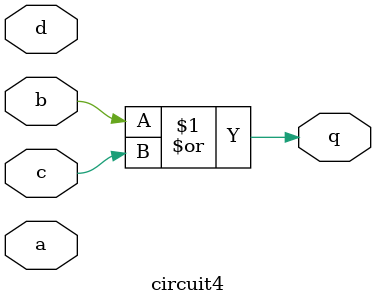
<source format=v>
module circuit4 (
	input a,
	input b,
	input c,
	input d,
	output q
);
	// looks like waveform only asserts q high when either b or c are high
	assign q = b | c;

endmodule

</source>
